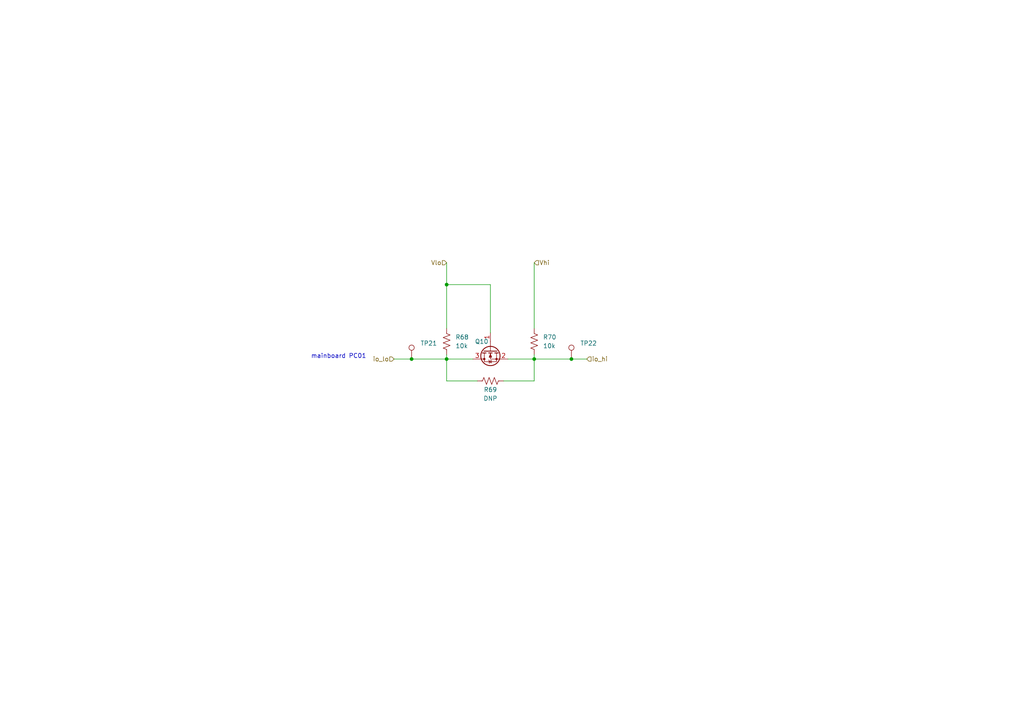
<source format=kicad_sch>
(kicad_sch (version 20230121) (generator eeschema)
  (paper "A4")
  (lib_symbols
    (symbol "Connector:TestPoint" (pin_numbers hide) (pin_names (offset 0.762) hide)
      (property "Reference" "TP" (at 0 6.858 0))
      (property "Value" "TestPoint" (at 0 5.08 0))
      (symbol "TestPoint_0_1"
        (circle (center 0 3.302) (radius 0.762))
      )
      (symbol "TestPoint_1_1"
        (pin passive line (at 0 0 90) (length 2.54) (name "1") (number "1"))
      )
    )
    (symbol "Device:Q_NMOS_GSD" (pin_names (offset 0) hide)
      (property "Reference" "Q" (at 5.08 1.27 0))
      (property "Value" "Q_NMOS_GSD" (at 5.08 -1.27 0))
      (symbol "Q_NMOS_GSD_0_1"
        (polyline (pts (xy 0.254 0) (xy -2.54 0)))
        (polyline (pts (xy 0.254 1.905) (xy 0.254 -1.905)) (stroke (width 0.254)))
        (polyline (pts (xy 0.762 -1.27) (xy 0.762 -2.286)) (stroke (width 0.254)))
        (polyline (pts (xy 0.762 0.508) (xy 0.762 -0.508)) (stroke (width 0.254)))
        (polyline (pts (xy 0.762 2.286) (xy 0.762 1.27)) (stroke (width 0.254)))
        (polyline (pts (xy 2.54 2.54) (xy 2.54 1.778)))
        (polyline (pts (xy 2.54 -2.54) (xy 2.54 0) (xy 0.762 0)))
        (polyline (pts (xy 0.762 -1.778) (xy 3.302 -1.778) (xy 3.302 1.778) (xy 0.762 1.778)))
        (polyline (pts (xy 1.016 0) (xy 2.032 0.381) (xy 2.032 -0.381) (xy 1.016 0)) (fill (type outline)))
        (polyline (pts (xy 2.794 0.508) (xy 2.921 0.381) (xy 3.683 0.381) (xy 3.81 0.254)))
        (polyline (pts (xy 3.302 0.381) (xy 2.921 -0.254) (xy 3.683 -0.254) (xy 3.302 0.381)))
        (circle (center 1.651 0) (radius 2.794) (stroke (width 0.254)))
        (circle (center 2.54 -1.778) (radius 0.254) (fill (type outline)))
        (circle (center 2.54 1.778) (radius 0.254) (fill (type outline)))
      )
      (symbol "Q_NMOS_GSD_1_1"
        (pin input line (at -5.08 0 0) (length 2.54) (name "G") (number "1"))
        (pin passive line (at 2.54 -5.08 90) (length 2.54) (name "S") (number "2"))
        (pin passive line (at 2.54 5.08 270) (length 2.54) (name "D") (number "3"))
      )
    )
    (symbol "Device:R_US" (pin_numbers hide) (pin_names (offset 0))
      (property "Reference" "R" (at 2.54 0 90))
      (property "Value" "R_US" (at -2.54 0 90))
      (symbol "R_US_0_1"
        (polyline (pts (xy 0 -2.286) (xy 0 -2.54)))
        (polyline (pts (xy 0 2.286) (xy 0 2.54)))
        (polyline (pts (xy 0 -0.762) (xy 1.016 -1.143) (xy 0 -1.524) (xy -1.016 -1.905) (xy 0 -2.286)))
        (polyline (pts (xy 0 0.762) (xy 1.016 0.381) (xy 0 0) (xy -1.016 -0.381) (xy 0 -0.762)))
        (polyline (pts (xy 0 2.286) (xy 1.016 1.905) (xy 0 1.524) (xy -1.016 1.143) (xy 0 0.762)))
      )
      (symbol "R_US_1_1"
        (pin passive line (at 0 3.81 270) (length 1.27) (name "~") (number "1"))
        (pin passive line (at 0 -3.81 90) (length 1.27) (name "~") (number "2"))
      )
    )
  )
  (junction (at 129.54 104.14))
  (junction (at 129.54 82.55))
  (junction (at 119.38 104.14))
  (junction (at 165.735 104.14))
  (junction (at 154.94 104.14))
  (wire (pts (xy 154.94 104.14) (xy 154.94 110.49)))
  (wire (pts (xy 137.16 104.14) (xy 129.54 104.14)))
  (wire (pts (xy 154.94 110.49) (xy 146.05 110.49)))
  (wire (pts (xy 154.94 95.25) (xy 154.94 76.2)))
  (wire (pts (xy 114.3 104.14) (xy 119.38 104.14)))
  (wire (pts (xy 154.94 104.14) (xy 165.735 104.14)))
  (wire (pts (xy 129.54 95.25) (xy 129.54 82.55)))
  (wire (pts (xy 154.94 104.14) (xy 147.32 104.14)))
  (wire (pts (xy 129.54 104.14) (xy 129.54 102.87)))
  (wire (pts (xy 138.43 110.49) (xy 129.54 110.49)))
  (wire (pts (xy 165.735 104.14) (xy 170.18 104.14)))
  (wire (pts (xy 129.54 76.2) (xy 129.54 82.55)))
  (wire (pts (xy 142.24 96.52) (xy 142.24 82.55)))
  (wire (pts (xy 129.54 82.55) (xy 142.24 82.55)))
  (wire (pts (xy 129.54 110.49) (xy 129.54 104.14)))
  (wire (pts (xy 154.94 102.87) (xy 154.94 104.14)))
  (wire (pts (xy 119.38 104.14) (xy 129.54 104.14)))
  (text "mainboard PC01" (at 90.17 104.14 0) (effects (font (size 1.27 1.27)) (justify left bottom)))
  (hierarchical_label "Vlo" (shape input) (at 129.54 76.2 180))
  (hierarchical_label "Vhi" (shape input) (at 154.94 76.2 0))
  (hierarchical_label "io_hi" (shape input) (at 170.18 104.14 0))
  (hierarchical_label "io_lo" (shape input) (at 114.3 104.14 180))
  (symbol (lib_id "Device:R_US") (at 154.94 99.06 0) (unit 1)
    (property "Reference" "R116" (at 157.48 97.7899 0) (effects (justify left)))
    (property "Value" "10k" (at 157.48 100.3299 0) (effects (justify left)))
    (property "Footprint" "Resistor_SMD:R_0603_1608Metric" (effects hide))
    (instances (project "FP Interface Card" (path "" (reference "R70") (unit 1)) (path "" (reference "R67") (unit 1))))
  )
  (symbol (lib_id "Connector:TestPoint") (at 165.735 104.14 0) (unit 1)
    (property "Reference" "TP39" (at 168.275 99.5679 0) (effects (justify left)))
    (property "Value" "TestPoint" (effects hide))
    (property "Footprint" "TestPoint:TestPoint_Pad_D1.0mm" (effects hide))
    (instances (project "FP Interface Card" (path "" (reference "TP22") (unit 1)) (path "" (reference "TP20") (unit 1))))
  )
  (symbol (lib_id "Device:R_US") (at 142.24 110.49 90) (unit 1)
    (property "Reference" "R115" (at 142.24 113.03 90))
    (property "Value" "DNP" (at 142.24 115.57 90))
    (property "Footprint" "Resistor_SMD:R_0603_1608Metric" (effects hide))
    (instances (project "FP Interface Card" (path "" (reference "R69") (unit 1)) (path "" (reference "R66") (unit 1))))
  )
  (symbol (lib_id "Connector:TestPoint") (at 119.38 104.14 0) (unit 1)
    (property "Reference" "TP38" (at 121.92 99.5679 0) (effects (justify left)))
    (property "Value" "TestPoint" (effects hide))
    (property "Footprint" "TestPoint:TestPoint_Pad_D1.0mm" (effects hide))
    (instances (project "FP Interface Card" (path "" (reference "TP21") (unit 1)) (path "" (reference "TP19") (unit 1))))
  )
  (symbol (lib_id "Device:R_US") (at 129.54 99.06 0) (unit 1)
    (property "Reference" "R114" (at 132.08 97.7899 0) (effects (justify left)))
    (property "Value" "10k" (at 132.08 100.3299 0) (effects (justify left)))
    (property "Footprint" "Resistor_SMD:R_0603_1608Metric" (effects hide))
    (instances (project "FP Interface Card" (path "" (reference "R68") (unit 1)) (path "" (reference "R65") (unit 1))))
  )
  (symbol (lib_id "Device:Q_NMOS_GSD") (at 142.24 101.6 90) (mirror x) (unit 1)
    (property "Reference" "Q26" (at 139.7 99.06 90))
    (property "Value" "BSS138" (effects hide))
    (property "Footprint" "Package_TO_SOT_SMD:SOT-23" (effects hide))
    (property "Datasheet" "BSS138" (effects hide))
    (instances (project "FP Interface Card" (path "" (reference "Q10") (unit 1)) (path "" (reference "Q9") (unit 1))))
  )
)
</source>
